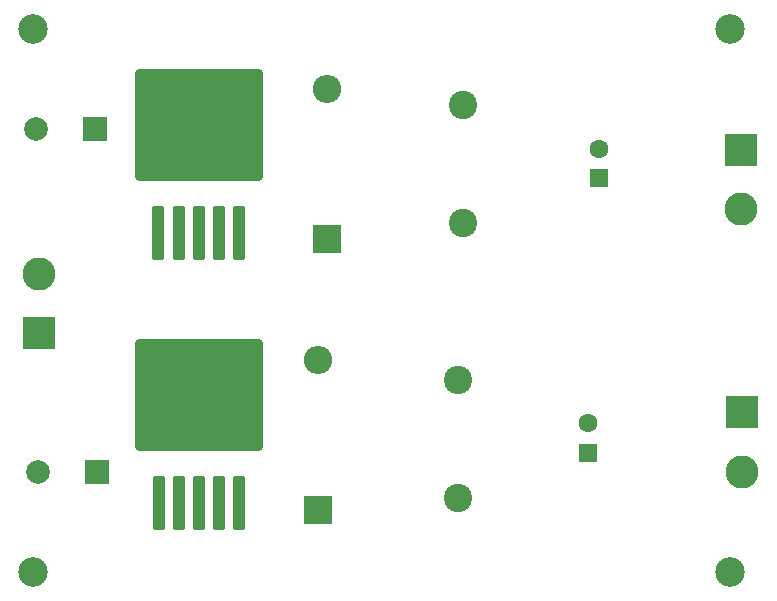
<source format=gbr>
%TF.GenerationSoftware,KiCad,Pcbnew,8.0.7*%
%TF.CreationDate,2024-12-31T18:49:18-05:00*%
%TF.ProjectId,12V-5V-3V3-BuckConverter,3132562d-3556-42d3-9356-332d4275636b,rev?*%
%TF.SameCoordinates,Original*%
%TF.FileFunction,Soldermask,Top*%
%TF.FilePolarity,Negative*%
%FSLAX46Y46*%
G04 Gerber Fmt 4.6, Leading zero omitted, Abs format (unit mm)*
G04 Created by KiCad (PCBNEW 8.0.7) date 2024-12-31 18:49:18*
%MOMM*%
%LPD*%
G01*
G04 APERTURE LIST*
G04 Aperture macros list*
%AMRoundRect*
0 Rectangle with rounded corners*
0 $1 Rounding radius*
0 $2 $3 $4 $5 $6 $7 $8 $9 X,Y pos of 4 corners*
0 Add a 4 corners polygon primitive as box body*
4,1,4,$2,$3,$4,$5,$6,$7,$8,$9,$2,$3,0*
0 Add four circle primitives for the rounded corners*
1,1,$1+$1,$2,$3*
1,1,$1+$1,$4,$5*
1,1,$1+$1,$6,$7*
1,1,$1+$1,$8,$9*
0 Add four rect primitives between the rounded corners*
20,1,$1+$1,$2,$3,$4,$5,0*
20,1,$1+$1,$4,$5,$6,$7,0*
20,1,$1+$1,$6,$7,$8,$9,0*
20,1,$1+$1,$8,$9,$2,$3,0*%
G04 Aperture macros list end*
%ADD10RoundRect,0.250000X0.300000X-2.050000X0.300000X2.050000X-0.300000X2.050000X-0.300000X-2.050000X0*%
%ADD11RoundRect,0.250002X5.149998X-4.449998X5.149998X4.449998X-5.149998X4.449998X-5.149998X-4.449998X0*%
%ADD12C,2.400000*%
%ADD13C,2.800000*%
%ADD14R,2.800000X2.800000*%
%ADD15C,2.500000*%
%ADD16O,2.400000X2.400000*%
%ADD17R,2.400000X2.400000*%
%ADD18R,1.600000X1.600000*%
%ADD19C,1.600000*%
%ADD20R,2.000000X2.000000*%
%ADD21C,2.000000*%
G04 APERTURE END LIST*
D10*
%TO.C,U1*%
X164600000Y-86775000D03*
X166300000Y-86775000D03*
X168000000Y-86775000D03*
D11*
X168000000Y-77625000D03*
D10*
X169700000Y-86775000D03*
X171400000Y-86775000D03*
%TD*%
D12*
%TO.C,L2*%
X190400000Y-76000000D03*
X190400000Y-86000000D03*
%TD*%
%TO.C,L1*%
X190000000Y-99250000D03*
X190000000Y-109250000D03*
%TD*%
D13*
%TO.C,J3*%
X214000000Y-107000000D03*
D14*
X214000000Y-102000000D03*
%TD*%
%TO.C,J2*%
X213905000Y-79750000D03*
D13*
X213905000Y-84750000D03*
%TD*%
%TO.C,J1*%
X154500000Y-90250000D03*
D14*
X154500000Y-95250000D03*
%TD*%
D15*
%TO.C,H4*%
X154000000Y-69500000D03*
%TD*%
%TO.C,H3*%
X154000000Y-115500000D03*
%TD*%
%TO.C,H2*%
X213000000Y-115500000D03*
%TD*%
%TO.C,H1*%
X213000000Y-69500000D03*
%TD*%
D16*
%TO.C,D2*%
X178900000Y-74650000D03*
D17*
X178900000Y-87350000D03*
%TD*%
%TO.C,D1*%
X178142677Y-110225000D03*
D16*
X178142677Y-97525000D03*
%TD*%
D18*
%TO.C,C4*%
X201900000Y-82182380D03*
D19*
X201900000Y-79682380D03*
%TD*%
%TO.C,C3*%
X201000000Y-102932380D03*
D18*
X201000000Y-105432380D03*
%TD*%
D20*
%TO.C,C2*%
X159267677Y-78000000D03*
D21*
X154267677Y-78000000D03*
%TD*%
%TO.C,C1*%
X154367677Y-107000000D03*
D20*
X159367677Y-107000000D03*
%TD*%
D10*
%TO.C,U2*%
X171442677Y-109650000D03*
X169742677Y-109650000D03*
D11*
X168042677Y-100500000D03*
D10*
X168042677Y-109650000D03*
X166342677Y-109650000D03*
X164642677Y-109650000D03*
%TD*%
M02*

</source>
